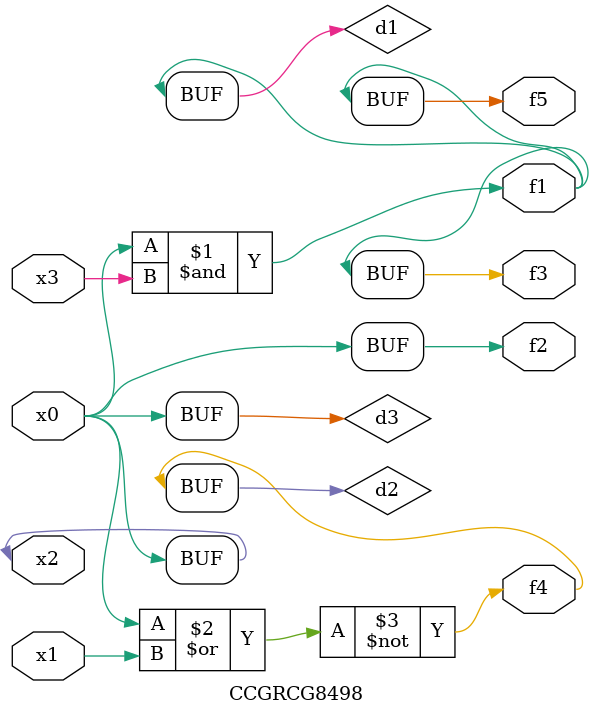
<source format=v>
module CCGRCG8498(
	input x0, x1, x2, x3,
	output f1, f2, f3, f4, f5
);

	wire d1, d2, d3;

	and (d1, x2, x3);
	nor (d2, x0, x1);
	buf (d3, x0, x2);
	assign f1 = d1;
	assign f2 = d3;
	assign f3 = d1;
	assign f4 = d2;
	assign f5 = d1;
endmodule

</source>
